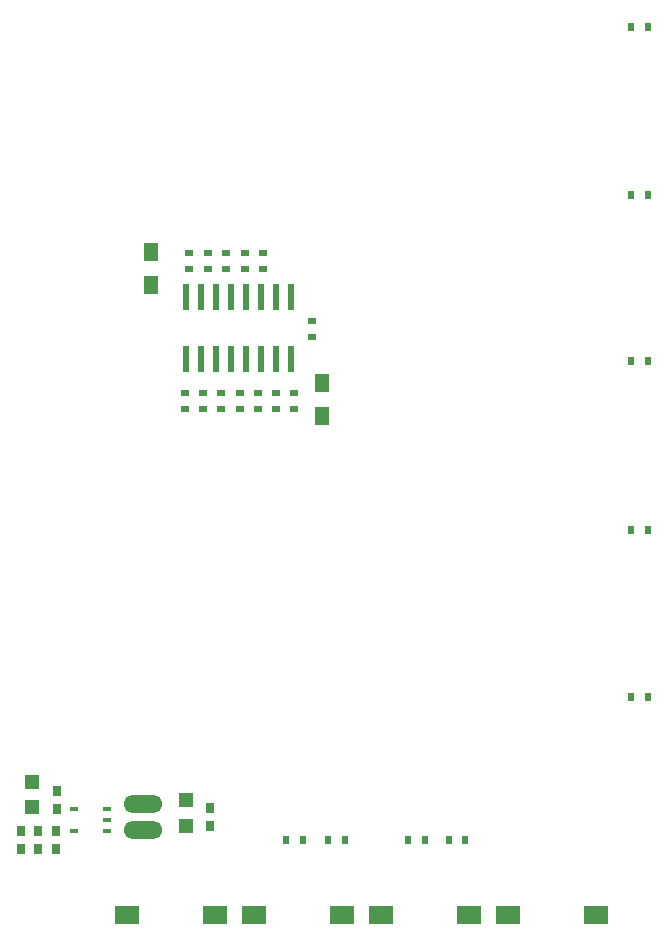
<source format=gtp>
%FSLAX44Y44*%
%MOMM*%
G71*
G01*
G75*
G04 Layer_Color=8421504*
%ADD10R,0.6000X2.2000*%
%ADD11R,2.0000X1.5000*%
%ADD12R,0.8000X0.6000*%
%ADD13R,0.6000X0.8000*%
%ADD14R,1.2700X1.5240*%
%ADD15R,1.2700X1.2700*%
%ADD16R,0.8000X0.9000*%
%ADD17R,0.8000X0.4000*%
%ADD18O,3.3000X1.5000*%
%ADD19C,0.2540*%
%ADD20C,0.7620*%
%ADD21C,0.5080*%
%ADD22R,2.6590X2.6992*%
%ADD23R,3.6830X1.3208*%
%ADD24O,5.0800X2.5400*%
%ADD25O,2.5400X5.0800*%
%ADD26P,1.7046X8X112.5*%
%ADD27C,1.5748*%
%ADD28C,1.5750*%
%ADD29O,3.0000X5.0000*%
%ADD30C,2.5000*%
%ADD31C,3.2500*%
%ADD32C,1.2000*%
%ADD33O,1.5000X1.2000*%
%ADD34C,1.5000*%
%ADD35C,3.2000*%
%ADD36R,1.5000X1.5000*%
%ADD37C,1.3000*%
%ADD38R,1.2000X1.2000*%
%ADD39R,1.3000X1.3000*%
%ADD40O,0.9000X1.4000*%
%ADD41C,4.0000*%
%ADD42C,0.7112*%
%ADD43C,0.8000*%
%ADD44C,1.2700*%
%ADD45C,1.0160*%
%ADD46R,2.6082X2.7000*%
%ADD47C,1.1000*%
%ADD48C,0.2000*%
%ADD49C,0.2500*%
%ADD50C,0.2032*%
%ADD51C,0.1500*%
%ADD52C,0.1001*%
%ADD53C,0.1000*%
%ADD54C,0.3048*%
%ADD55C,0.1270*%
%ADD56C,0.1016*%
%ADD57C,0.1200*%
%ADD58C,0.1524*%
D10*
X300028Y597138D02*
D03*
X312729D02*
D03*
X300028Y649138D02*
D03*
X312729D02*
D03*
X388928Y597138D02*
D03*
X376228D02*
D03*
X350829Y649138D02*
D03*
X338129D02*
D03*
X388928D02*
D03*
X363529D02*
D03*
X376228D02*
D03*
X325429D02*
D03*
X350829Y597138D02*
D03*
X338129D02*
D03*
X363529D02*
D03*
X325429D02*
D03*
D11*
X324192Y126560D02*
D03*
X250193D02*
D03*
X431812D02*
D03*
X357812D02*
D03*
X539432D02*
D03*
X465433D02*
D03*
X647052D02*
D03*
X573052D02*
D03*
D12*
X302933Y673008D02*
D03*
Y687008D02*
D03*
X299368Y554578D02*
D03*
Y568578D02*
D03*
X345418Y554578D02*
D03*
Y568578D02*
D03*
X360768D02*
D03*
Y554578D02*
D03*
X318575Y673008D02*
D03*
Y687008D02*
D03*
X314718Y554578D02*
D03*
Y568578D02*
D03*
X376118D02*
D03*
Y554578D02*
D03*
X330069D02*
D03*
Y568578D02*
D03*
X334218Y687008D02*
D03*
Y673008D02*
D03*
X349860Y687008D02*
D03*
Y673008D02*
D03*
X391468Y568578D02*
D03*
Y554578D02*
D03*
X406708Y629538D02*
D03*
Y615538D02*
D03*
X365502Y673008D02*
D03*
Y687008D02*
D03*
D13*
X536308Y190008D02*
D03*
X522308D02*
D03*
X420446D02*
D03*
X434446D02*
D03*
X488000D02*
D03*
X502000D02*
D03*
X385000D02*
D03*
X399000D02*
D03*
X677000Y595000D02*
D03*
X691000D02*
D03*
X677000Y452000D02*
D03*
X691000D02*
D03*
X677000Y311000D02*
D03*
X691000D02*
D03*
X677000Y878000D02*
D03*
X691000D02*
D03*
X677000Y736000D02*
D03*
X691000D02*
D03*
D14*
X415130Y577012D02*
D03*
Y549072D02*
D03*
X270000Y660000D02*
D03*
Y687940D02*
D03*
D15*
X169287Y239085D02*
D03*
Y217495D02*
D03*
X300028Y223547D02*
D03*
Y201957D02*
D03*
D16*
X190610Y216339D02*
D03*
Y231339D02*
D03*
X189800Y181949D02*
D03*
Y196949D02*
D03*
X320000Y201949D02*
D03*
Y216949D02*
D03*
X175000Y196949D02*
D03*
Y181949D02*
D03*
X160000D02*
D03*
Y196949D02*
D03*
D17*
X205000Y197253D02*
D03*
Y216253D02*
D03*
X233000D02*
D03*
Y206753D02*
D03*
Y197253D02*
D03*
D18*
X264000Y219999D02*
D03*
Y197999D02*
D03*
M02*

</source>
